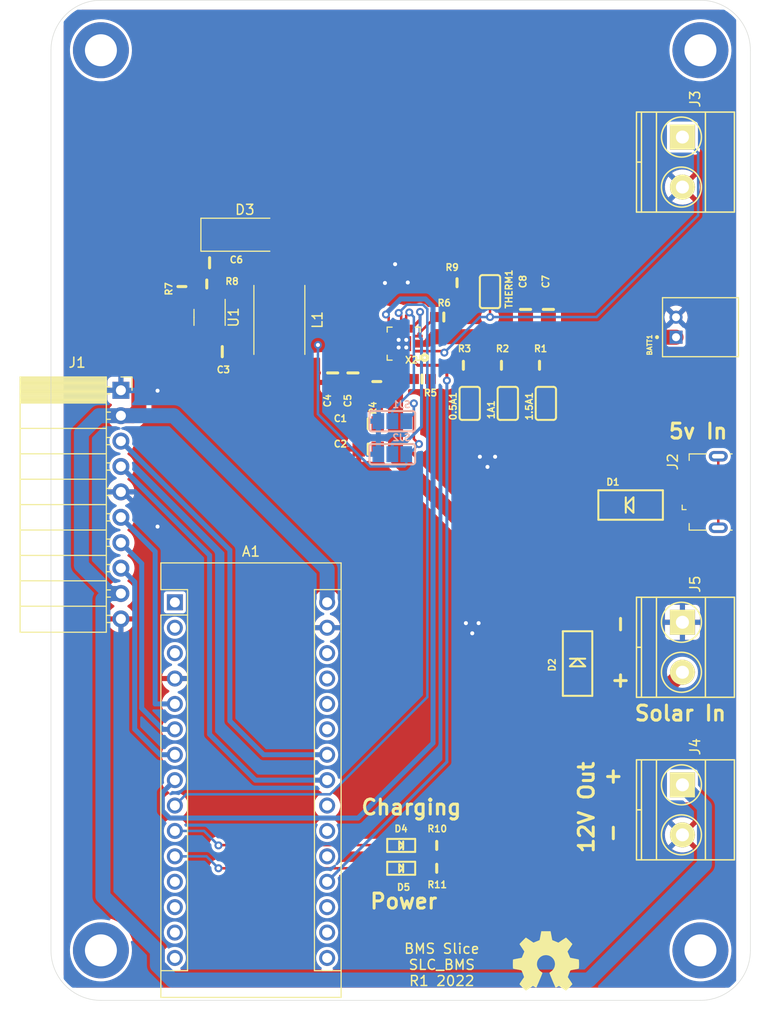
<source format=kicad_pcb>
(kicad_pcb (version 20211014) (generator pcbnew)
  (layers (0 "F.Cu" signal) (31 "B.Cu" signal) (34 "B.Paste" user) (35 "F.Paste" user) (36 "B.SilkS" user "B.Silkscreen") (37 "F.SilkS" user "F.Silkscreen") (38 "B.Mask" user) (39 "F.Mask" user) (44 "Edge.Cuts" user))
  (net 0 "")
  (net 1 "Net-(0.5A1-Pad2)")
  (net 2 "Net-(1.5A1-Pad2)")
  (net 3 "Net-(1A1-Pad2)")
  (net 4 "GND")
  (net 8 "+5V")
  (net 9 "/CHGI")
  (net 12 "/I2C_CLK")
  (net 13 "/I2C_DAT")
  (net 15 "/SYNC")
  (net 17 "/E_STOP")
  (net 21 "/PGOODI")
  (net 25 "/INT")
  (net 26 "Net-(D3-Pad2)")
  (net 27 "Net-(D5-PadC)")
  (net 28 "Net-(R6-Pad1)")
  (net 29 "/PWR")
  (net 33 "VLIPO")
  (net 34 "VBUS")
  (net 35 "/OUT")
  (net 36 "Net-(D1-PadA)")
  (net 37 "Net-(D2-PadA)")
  (net 38 "Net-(D4-PadC)")
  (net 42 "unconnected-(J2-Pad6)")
  (net 43 "/~{CHG}")
  (net 44 "/~{PGOOD}")
  (net 45 "Net-(R7-Pad2)")
  (net 46 "/ISET")
  (net 47 "/THERM")
  (net 48 "/ILIM")
  (net 49 "/ITERM")
  (net 50 "Net-(R9-Pad1)")
  (net 51 "/EN1")
  (net 52 "/EN2")
  (footprint "MountingHole:MountingHole_3.2mm_M3_DIN965_Pad" (layer "F.Cu") (at 127.6 44.8)
    (fp_text reference "H1" hide)
    (fp_text value "MountingHole")
    (pad "1" thru_hole circle locked (at 0 0) (size 5.6 5.6) (drill 3.2) (layers *.Cu *.Mask))
  )
  (footprint "MountingHole:MountingHole_3.2mm_M3_DIN965_Pad" (layer "F.Cu") (at 187.6 44.8)
    (fp_text reference "H2" hide)
    (fp_text value "MountingHole")
    (pad "1" thru_hole circle locked (at 0 0) (size 5.6 5.6) (drill 3.2) (layers *.Cu *.Mask))
  )
  (footprint "MountingHole:MountingHole_3.2mm_M3_DIN965_Pad" (layer "F.Cu") (at 127.6 134.8)
    (fp_text reference "H3" hide)
    (fp_text value "MountingHole")
    (pad "1" thru_hole circle locked (at 0 0) (size 5.6 5.6) (drill 3.2) (layers *.Cu *.Mask))
  )
  (footprint "MountingHole:MountingHole_3.2mm_M3_DIN965_Pad" (layer "F.Cu") (at 187.6 134.8)
    (fp_text reference "H4" hide)
    (fp_text value "MountingHole")
    (pad "1" thru_hole circle locked (at 0 0) (size 5.6 5.6) (drill 3.2) (layers *.Cu *.Mask))
  )
  (footprint "Module:Arduino_Nano" (layer "F.Cu") (at 135 100)
    (fp_text reference "A1" (at 7.62 -5.08) (layer "F.SilkS"))
    (fp_text value "Arduino_Nano_v3.x")
    (pad "1" thru_hole rect locked (at 0 0) (size 1.6 1.6) (drill 1) (layers *.Cu *.Mask))
    (pad "2" thru_hole oval locked (at 0 2.54) (size 1.6 1.6) (drill 1) (layers *.Cu *.Mask))
    (pad "3" thru_hole oval locked (at 0 5.08) (size 1.6 1.6) (drill 1) (layers *.Cu *.Mask))
    (pad "4" thru_hole oval locked (at 0 7.62) (size 1.6 1.6) (drill 1) (layers *.Cu *.Mask) (net 4 "GND"))
    (pad "5" thru_hole oval locked (at 0 10.16) (size 1.6 1.6) (drill 1) (layers *.Cu *.Mask) (net 17 "/E_STOP"))
    (pad "6" thru_hole oval locked (at 0 12.7) (size 1.6 1.6) (drill 1) (layers *.Cu *.Mask) (net 25 "/INT"))
    (pad "7" thru_hole oval locked (at 0 15.24) (size 1.6 1.6) (drill 1) (layers *.Cu *.Mask) (net 15 "/SYNC"))
    (pad "8" thru_hole oval locked (at 0 17.78) (size 1.6 1.6) (drill 1) (layers *.Cu *.Mask) (net 43 "/~{CHG}"))
    (pad "9" thru_hole oval locked (at 0 20.32) (size 1.6 1.6) (drill 1) (layers *.Cu *.Mask) (net 44 "/~{PGOOD}"))
    (pad "10" thru_hole oval locked (at 0 22.86) (size 1.6 1.6) (drill 1) (layers *.Cu *.Mask) (net 9 "/CHGI"))
    (pad "11" thru_hole oval locked (at 0 25.4) (size 1.6 1.6) (drill 1) (layers *.Cu *.Mask) (net 21 "/PGOODI"))
    (pad "12" thru_hole oval locked (at 0 27.94) (size 1.6 1.6) (drill 1) (layers *.Cu *.Mask))
    (pad "13" thru_hole oval locked (at 0 30.48) (size 1.6 1.6) (drill 1) (layers *.Cu *.Mask))
    (pad "14" thru_hole oval locked (at 0 33.02) (size 1.6 1.6) (drill 1) (layers *.Cu *.Mask))
    (pad "15" thru_hole oval locked (at 0 35.56) (size 1.6 1.6) (drill 1) (layers *.Cu *.Mask))
    (pad "16" thru_hole oval locked (at 15.24 35.56) (size 1.6 1.6) (drill 1) (layers *.Cu *.Mask))
    (pad "17" thru_hole oval locked (at 15.24 33.02) (size 1.6 1.6) (drill 1) (layers *.Cu *.Mask))
    (pad "18" thru_hole oval locked (at 15.24 30.48) (size 1.6 1.6) (drill 1) (layers *.Cu *.Mask))
    (pad "19" thru_hole oval locked (at 15.24 27.94) (size 1.6 1.6) (drill 1) (layers *.Cu *.Mask) (net 46 "/ISET"))
    (pad "20" thru_hole oval locked (at 15.24 25.4) (size 1.6 1.6) (drill 1) (layers *.Cu *.Mask))
    (pad "21" thru_hole oval locked (at 15.24 22.86) (size 1.6 1.6) (drill 1) (layers *.Cu *.Mask))
    (pad "22" thru_hole oval locked (at 15.24 20.32) (size 1.6 1.6) (drill 1) (layers *.Cu *.Mask))
    (pad "23" thru_hole oval locked (at 15.24 17.78) (size 1.6 1.6) (drill 1) (layers *.Cu *.Mask) (net 13 "/I2C_DAT"))
    (pad "24" thru_hole oval locked (at 15.24 15.24) (size 1.6 1.6) (drill 1) (layers *.Cu *.Mask) (net 12 "/I2C_CLK"))
    (pad "25" thru_hole oval locked (at 15.24 12.7) (size 1.6 1.6) (drill 1) (layers *.Cu *.Mask))
    (pad "26" thru_hole oval locked (at 15.24 10.16) (size 1.6 1.6) (drill 1) (layers *.Cu *.Mask))
    (pad "27" thru_hole oval locked (at 15.24 7.62) (size 1.6 1.6) (drill 1) (layers *.Cu *.Mask) (net 8 "+5V"))
    (pad "28" thru_hole oval locked (at 15.24 5.08) (size 1.6 1.6) (drill 1) (layers *.Cu *.Mask))
    (pad "29" thru_hole oval locked (at 15.24 2.54) (size 1.6 1.6) (drill 1) (layers *.Cu *.Mask) (net 4 "GND"))
    (pad "30" thru_hole oval locked (at 15.24 0) (size 1.6 1.6) (drill 1) (layers *.Cu *.Mask) (net 29 "/PWR"))
  )
  (footprint "Adafruit_BQ24074:0805-NO" (layer "F.Cu") (at 154.35 84.682 180)
    (fp_text reference "C2" (at 2.032 0.127) (layer "F.SilkS") (effects (font (size 0.666496 0.666496) (thickness 0.146304)) (justify right bottom)))
    (fp_text value "10uF")
    (pad "1" smd rect (at -0.95 0 180) (size 1.24 1.5) (layers "F.Cu" "F.Paste" "F.Mask") (net 34 "VBUS"))
    (pad "2" smd rect (at 0.95 0 180) (size 1.24 1.5) (layers "F.Cu" "F.Paste" "F.Mask") (net 4 "GND"))
  )
  (footprint "Connector_PinSocket_2.54mm:PinSocket_1x10_P2.54mm_Horizontal" (layer "F.Cu") (at 129.6 78.8)
    (fp_text reference "J1" (at -4.38 -2.77) (layer "F.SilkS"))
    (fp_text value "Conn_01x10_Female")
    (pad "1" thru_hole rect locked (at 0 0) (size 1.7 1.7) (drill 1) (layers *.Cu *.Mask) (net 4 "GND"))
    (pad "2" thru_hole oval locked (at 0 2.54) (size 1.7 1.7) (drill 1) (layers *.Cu *.Mask) (net 29 "/PWR"))
    (pad "3" thru_hole oval locked (at 0 5.08) (size 1.7 1.7) (drill 1) (layers *.Cu *.Mask) (net 12 "/I2C_CLK"))
    (pad "4" thru_hole oval locked (at 0 7.62) (size 1.7 1.7) (drill 1) (layers *.Cu *.Mask) (net 13 "/I2C_DAT"))
    (pad "5" thru_hole oval locked (at 0 10.16) (size 1.7 1.7) (drill 1) (layers *.Cu *.Mask) (net 4 "GND"))
    (pad "6" thru_hole oval locked (at 0 12.7) (size 1.7 1.7) (drill 1) (layers *.Cu *.Mask) (net 17 "/E_STOP"))
    (pad "7" thru_hole oval locked (at 0 15.24) (size 1.7 1.7) (drill 1) (layers *.Cu *.Mask) (net 25 "/INT"))
    (pad "8" thru_hole oval locked (at 0 17.78) (size 1.7 1.7) (drill 1) (layers *.Cu *.Mask) (net 15 "/SYNC"))
    (pad "9" thru_hole oval locked (at 0 20.32) (size 1.7 1.7) (drill 1) (layers *.Cu *.Mask) (net 29 "/PWR"))
    (pad "10" thru_hole oval locked (at 0 22.86) (size 1.7 1.7) (drill 1) (layers *.Cu *.Mask) (net 4 "GND"))
  )
  (footprint "Adafruit_BQ24074:0805-NO" (layer "F.Cu") (at 154.35 82.142 180)
    (fp_text reference "C1" (at 2.032 0.127) (layer "F.SilkS") (effects (font (size 0.666496 0.666496) (thickness 0.146304)) (justify right bottom)))
    (fp_text value "10uF")
    (pad "1" smd rect (at -0.95 0 180) (size 1.24 1.5) (layers "F.Cu" "F.Paste" "F.Mask") (net 34 "VBUS"))
    (pad "2" smd rect (at 0.95 0 180) (size 1.24 1.5) (layers "F.Cu" "F.Paste" "F.Mask") (net 4 "GND"))
  )
  (footprint "Symbol:OSHW-Symbol_6.7x6mm_SilkScreen" (layer "F.Cu") (at 172.13 135.863)
    (fp_text reference "Logo1" hide)
    (fp_text value "Logo_Open_Hardware_Small" hide)
  )
  (footprint "Adafruit_BQ24074:0805-NO" (layer "F.Cu") (at 139.745 74.937536)
    (fp_text reference "C3" (at -0.635 2.195) (layer "F.SilkS") (effects (font (size 0.666496 0.666496) (thickness 0.146304)) (justify left bottom)))
    (fp_text value "22uF")
    (pad "1" smd rect (at -0.95 0) (size 1.24 1.5) (layers "F.Cu" "F.Paste" "F.Mask") (net 35 "/OUT"))
    (pad "2" smd rect (at 0.95 0) (size 1.24 1.5) (layers "F.Cu" "F.Paste" "F.Mask") (net 4 "GND"))
  )
  (footprint "Adafruit_BQ24074:0805-NO" (layer "F.Cu") (at 150.794 77.062 -90)
    (fp_text reference "C4" (at 2.032 0.127 90) (layer "F.SilkS") (effects (font (size 0.666496 0.666496) (thickness 0.146304)) (justify right bottom)))
    (fp_text value "C")
    (pad "1" smd rect (at -0.95 0 270) (size 1.24 1.5) (layers "F.Cu" "F.Paste" "F.Mask") (net 35 "/OUT"))
    (pad "2" smd rect (at 0.95 0 270) (size 1.24 1.5) (layers "F.Cu" "F.Paste" "F.Mask") (net 4 "GND"))
  )
  (footprint "Adafruit_BQ24074:0805-NO" (layer "F.Cu") (at 152.826 77.062 -90)
    (fp_text reference "C5" (at 2.032 0.127 90) (layer "F.SilkS") (effects (font (size 0.666496 0.666496) (thickness 0.146304)) (justify right bottom)))
    (fp_text value "C")
    (pad "1" smd rect (at -0.95 0 270) (size 1.24 1.5) (layers "F.Cu" "F.Paste" "F.Mask") (net 35 "/OUT"))
    (pad "2" smd rect (at 0.95 0 270) (size 1.24 1.5) (layers "F.Cu" "F.Paste" "F.Mask") (net 4 "GND"))
  )
  (footprint "Adafruit_BQ24074:0805-NO" (layer "F.Cu") (at 138.475 66.047536)
    (fp_text reference "C6" (at 3.429 0.092464) (layer "F.SilkS") (effects (font (size 0.666496 0.666496) (thickness 0.146304)) (justify right bottom)))
    (fp_text value "22uF")
    (pad "1" smd rect (at -0.95 0) (size 1.24 1.5) (layers "F.Cu" "F.Paste" "F.Mask") (net 29 "/PWR"))
    (pad "2" smd rect (at 0.95 0) (size 1.24 1.5) (layers "F.Cu" "F.Paste" "F.Mask") (net 4 "GND"))
  )
  (footprint "Adafruit_BQ24074:SMADIODE" (layer "F.Cu") (at 180.639 90.27)
    (fp_text reference "D1" (at -2.54 -1.905) (layer "F.SilkS") (effects (font (size 0.666496 0.666496) (thickness 0.146304)) (justify left bottom)))
    (fp_text value "SK34A")
    (pad "A" smd rect (at 2.0193 0 180) (size 1.778 2.159) (layers "F.Cu" "F.Paste" "F.Mask") (net 36 "Net-(D1-PadA)"))
    (pad "C" smd rect (at -2.0447 0) (size 1.778 2.159) (layers "F.Cu" "F.Paste" "F.Mask") (net 34 "VBUS"))
  )
  (footprint "Adafruit_BQ24074:SMADIODE" (layer "F.Cu") (at 175.305 106.145 -90)
    (fp_text reference "D2" (at -0.635 2.159 90) (layer "F.SilkS") (effects (font (size 0.666496 0.666496) (thickness 0.146304)) (justify right bottom)))
    (fp_text value "SK34A")
    (pad "A" smd rect (at 2.0193 0 90) (size 1.778 2.159) (layers "F.Cu" "F.Paste" "F.Mask") (net 37 "Net-(D2-PadA)"))
    (pad "C" smd rect (at -2.0447 0 270) (size 1.778 2.159) (layers "F.Cu" "F.Paste" "F.Mask") (net 34 "VBUS"))
  )
  (footprint "Diode_SMD:D_SMA_Handsoldering" (layer "F.Cu") (at 142.0056 63.2444)
    (fp_text reference "D3" (at 0 -2.5) (layer "F.SilkS"))
    (fp_text value "D_Schottky")
    (pad "1" smd rect (at -2.5 0) (size 3.5 1.8) (layers "F.Cu" "F.Paste" "F.Mask") (net 29 "/PWR"))
    (pad "2" smd rect (at 2.5 0) (size 3.5 1.8) (layers "F.Cu" "F.Paste" "F.Mask") (net 26 "Net-(D3-Pad2)"))
  )
  (footprint "Adafruit_BQ24074:CHIPLED_0603" (layer "F.Cu") (at 157.652 124.306 -90)
    (fp_text reference "D4" (at -1.27 0.762) (layer "F.SilkS") (effects (font (size 0.666496 0.666496) (thickness 0.146304)) (justify left bottom)))
    (fp_text value "RED")
    (pad "A" smd rect (at 0 0.75 270) (size 0.8 0.8) (layers "F.Cu" "F.Paste" "F.Mask") (net 9 "/CHGI"))
    (pad "C" smd rect (at 0 -0.75 270) (size 0.8 0.8) (layers "F.Cu" "F.Paste" "F.Mask") (net 38 "Net-(D4-PadC)"))
  )
  (footprint "Connector_USB:USB_Micro-B_GCT_USB3076-30-A" (layer "F.Cu") (at 188.185 88.97 90)
    (fp_text reference "J2" (at 3.018 -3.355 90) (layer "F.SilkS"))
    (fp_text value "USB_B_Micro")
    (pad "1" smd rect (at -1.3 -1.45 90) (size 0.4 1.4) (layers "F.Cu" "F.Paste" "F.Mask") (net 36 "Net-(D1-PadA)"))
    (pad "2" smd rect (at -0.65 -1.45 90) (size 0.4 1.4) (layers "F.Cu" "F.Paste" "F.Mask"))
    (pad "3" smd rect (at 0 -1.45 90) (size 0.4 1.4) (layers "F.Cu" "F.Paste" "F.Mask"))
    (pad "4" smd rect (at 0.65 -1.45 90) (size 0.4 1.4) (layers "F.Cu" "F.Paste" "F.Mask"))
    (pad "5" smd rect (at 1.3 -1.45 90) (size 0.4 1.4) (layers "F.Cu" "F.Paste" "F.Mask") (net 4 "GND"))
    (pad "6" smd rect (at 1.125 1.2 90) (size 1.75 1.9) (layers "F.Cu" "F.Paste" "F.Mask") (net 42 "unconnected-(J2-Pad6)"))
    (pad "6" smd rect (at 2.32 -1.03 90) (size 1.15 1.45) (layers "F.Cu" "F.Paste" "F.Mask") (net 42 "unconnected-(J2-Pad6)"))
    (pad "6" thru_hole oval (at -3.575 1.2 270) (size 1.05 1.9) (drill oval 0.45 1.25) (layers *.Cu *.Mask) (net 42 "unconnected-(J2-Pad6)"))
    (pad "6" smd rect (at -2.32 -1.03 90) (size 1.15 1.45) (layers "F.Cu" "F.Paste" "F.Mask") (net 42 "unconnected-(J2-Pad6)"))
    (pad "6" smd rect (at -1.125 1.2 90) (size 1.75 1.9) (layers "F.Cu" "F.Paste" "F.Mask") (net 42 "unconnected-(J2-Pad6)"))
    (pad "6" thru_hole oval (at 3.575 1.2 90) (size 1.05 1.9) (drill oval 0.45 1.25) (layers *.Cu *.Mask) (net 42 "unconnected-(J2-Pad6)"))
  )
  (footprint "Inductor_SMD:L_Taiyo-Yuden_NR-50xx_HandSoldering" (layer "F.Cu") (at 145.46 71.762536 90)
    (fp_text reference "L1" (at 0 3.81 90) (layer "F.SilkS"))
    (fp_text value "22uH")
    (pad "1" smd rect (at -2.25 0 90) (size 2.4 4.2) (layers "F.Cu" "F.Paste" "F.Mask") (net 35 "/OUT"))
    (pad "2" smd rect (at 2.25 0 90) (size 2.4 4.2) (layers "F.Cu" "F.Paste" "F.Mask") (net 26 "Net-(D3-Pad2)"))
  )
  (footprint "Adafruit_BQ24074:0603-NO" (layer "F.Cu") (at 171.495 76.3)
    (fp_text reference "R1" (at -0.635 -1.27) (layer "F.SilkS") (effects (font (size 0.666496 0.666496) (thickness 0.146304)) (justify left bottom)))
    (fp_text value "590" hide)
    (pad "1" smd rect (at -0.85 0) (size 1.075 1) (layers "F.Cu" "F.Paste" "F.Mask") (net 46 "/ISET"))
    (pad "2" smd rect (at 0.85 0) (size 1.075 1) (layers "F.Cu" "F.Paste" "F.Mask") (net 2 "Net-(1.5A1-Pad2)"))
  )
  (footprint "Adafruit_BQ24074:0603-NO" (layer "F.Cu") (at 167.685 76.3)
    (fp_text reference "R2" (at -0.635 -1.27) (layer "F.SilkS") (effects (font (size 0.666496 0.666496) (thickness 0.146304)) (justify left bottom)))
    (fp_text value "1K" hide)
    (pad "1" smd rect (at -0.85 0) (size 1.075 1) (layers "F.Cu" "F.Paste" "F.Mask") (net 46 "/ISET"))
    (pad "2" smd rect (at 0.85 0) (size 1.075 1) (layers "F.Cu" "F.Paste" "F.Mask") (net 3 "Net-(1A1-Pad2)"))
  )
  (footprint "Adafruit_BQ24074:0603-NO" (layer "F.Cu") (at 163.875 76.3)
    (fp_text reference "R3" (at -0.635 -1.27) (layer "F.SilkS") (effects (font (size 0.666496 0.666496) (thickness 0.146304)) (justify left bottom)))
    (fp_text value "2K")
    (pad "1" smd rect (at -0.85 0) (size 1.075 1) (layers "F.Cu" "F.Paste" "F.Mask") (net 46 "/ISET"))
    (pad "2" smd rect (at 0.85 0) (size 1.075 1) (layers "F.Cu" "F.Paste" "F.Mask") (net 1 "Net-(0.5A1-Pad2)"))
  )
  (footprint "Adafruit_BQ24074:0603-NO" (layer "F.Cu") (at 155.2136 77.9256 -90)
    (fp_text reference "R4" (at 1.905 0 90) (layer "F.SilkS") (effects (font (size 0.666496 0.666496) (thickness 0.146304)) (justify right bottom)))
    (fp_text value "1K")
    (pad "1" smd rect (at -0.85 0 270) (size 1.075 1) (layers "F.Cu" "F.Paste" "F.Mask") (net 48 "/ILIM"))
    (pad "2" smd rect (at 0.85 0 270) (size 1.075 1) (layers "F.Cu" "F.Paste" "F.Mask") (net 4 "GND"))
  )
  (footprint "Adafruit_BQ24074:0603-NO" (layer "F.Cu") (at 159.7348 77.6716)
    (fp_text reference "R5" (at 0.1016 1.778) (layer "F.SilkS") (effects (font (size 0.666496 0.666496) (thickness 0.146304)) (justify left bottom)))
    (fp_text value "10K")
    (pad "1" smd rect (at -0.85 0) (size 1.075 1) (layers "F.Cu" "F.Paste" "F.Mask") (net 49 "/ITERM"))
    (pad "2" smd rect (at 0.85 0) (size 1.075 1) (layers "F.Cu" "F.Paste" "F.Mask") (net 4 "GND"))
  )
  (footprint "Adafruit_BQ24074:0603-NO" (layer "F.Cu") (at 161.9192 71.474)
    (fp_text reference "R6" (at -0.7112 -1.016) (layer "F.SilkS") (effects (font (size 0.666496 0.666496) (thickness 0.146304)) (justify left bottom)))
    (fp_text value "10K")
    (pad "1" smd rect (at -0.85 0) (size 1.075 1) (layers "F.Cu" "F.Paste" "F.Mask") (net 28 "Net-(R6-Pad1)"))
    (pad "2" smd rect (at 0.85 0) (size 1.075 1) (layers "F.Cu" "F.Paste" "F.Mask") (net 4 "GND"))
  )
  (footprint "Adafruit_BQ24074:0603-NO" (layer "F.Cu") (at 135.7064 68.426 -90)
    (fp_text reference "R7" (at -0.508 0.9144 90) (layer "F.SilkS") (effects (font (size 0.666496 0.666496) (thickness 0.146304)) (justify right bottom)))
    (fp_text value "39k")
    (pad "1" smd rect (at -0.85 0 270) (size 1.075 1) (layers "F.Cu" "F.Paste" "F.Mask") (net 29 "/PWR"))
    (pad "2" smd rect (at 0.85 0 270) (size 1.075 1) (layers "F.Cu" "F.Paste" "F.Mask") (net 45 "Net-(R7-Pad2)"))
  )
  (footprint "Adafruit_BQ24074:0603-NO" (layer "F.Cu") (at 138.1956 68.172)
    (fp_text reference "R8" (at 1.778 0.127) (layer "F.SilkS") (effects (font (size 0.666496 0.666496) (thickness 0.146304)) (justify left bottom)))
    (fp_text value "2.2k")
    (pad "1" smd rect (at -0.85 0) (size 1.075 1) (layers "F.Cu" "F.Paste" "F.Mask") (net 45 "Net-(R7-Pad2)"))
    (pad "2" smd rect (at 0.85 0) (size 1.075 1) (layers "F.Cu" "F.Paste" "F.Mask") (net 4 "GND"))
  )
  (footprint "Adafruit_BQ24074:0603-NO" (layer "F.Cu") (at 163.24 68.045 180)
    (fp_text reference "R9" (at -0.254 1.143 180) (layer "F.SilkS") (effects (font (size 0.666496 0.666496) (thickness 0.146304)) (justify right bottom)))
    (fp_text value "10K")
    (pad "1" smd rect (at -0.85 0 180) (size 1.075 1) (layers "F.Cu" "F.Paste" "F.Mask") (net 50 "Net-(R9-Pad1)"))
    (pad "2" smd rect (at 0.85 0 180) (size 1.075 1) (layers "F.Cu" "F.Paste" "F.Mask") (net 4 "GND"))
  )
  (footprint "Package_TO_SOT_SMD:SOT-23-6" (layer "F.Cu") (at 138.475 71.508536 -90)
    (fp_text reference "U1" (at 0 -2.4 90) (layer "F.SilkS"))
    (fp_text value "MT3608")
    (pad "1" smd roundrect (at -1.1375 -0.95 270) (size 1.325 0.6) (layers "F.Cu" "F.Paste" "F.Mask") (net 26 "Net-(D3-Pad2)"))
    (pad "2" smd roundrect (at -1.1375 0 270) (size 1.325 0.6) (layers "F.Cu" "F.Paste" "F.Mask") (net 4 "GND"))
    (pad "3" smd roundrect (at -1.1375 0.95 270) (size 1.325 0.6) (layers "F.Cu" "F.Paste" "F.Mask") (net 45 "Net-(R7-Pad2)"))
    (pad "4" smd roundrect (at 1.1375 0.95 270) (size 1.325 0.6) (layers "F.Cu" "F.Paste" "F.Mask") (net 35 "/OUT"))
    (pad "5" smd roundrect (at 1.1375 0 270) (size 1.325 0.6) (layers "F.Cu" "F.Paste" "F.Mask") (net 35 "/OUT"))
    (pad "6" smd roundrect (at 1.1375 -0.95 270) (size 1.325 0.6) (layers "F.Cu" "F.Paste" "F.Mask"))
  )
  (footprint "BREAD_Slice:TerminalBlock_Pheonix_MKDS1.5-2pol" (layer "F.Cu") (at 185.8 118.25 -90)
    (fp_text reference "J4" (at -3.81 -1.27 90) (layer "F.SilkS"))
    (fp_text value "Screw_Terminal_01x02")
    (pad "1" thru_hole rect (at 0 0 270) (size 2.5 2.5) (drill 1.3) (layers *.Cu *.Mask "F.SilkS") (net 29 "/PWR"))
    (pad "2" thru_hole circle (at 5 0 270) (size 2.5 2.5) (drill 1.3) (layers *.Cu *.Mask "F.SilkS") (net 4 "GND"))
  )
  (footprint "BREAD_Slice:TerminalBlock_Pheonix_MKDS1.5-2pol" (layer "F.Cu") (at 185.8 101.994 -90)
    (fp_text reference "J5" (at -3.81 -1.27 90) (layer "F.SilkS"))
    (fp_text value "Screw_Terminal_01x02")
    (pad "1" thru_hole rect (at 0 0 270) (size 2.5 2.5) (drill 1.3) (layers *.Cu *.Mask "F.SilkS") (net 4 "GND"))
    (pad "2" thru_hole circle (at 5 0 270) (size 2.5 2.5) (drill 1.3) (layers *.Cu *.Mask "F.SilkS") (net 37 "Net-(D2-PadA)"))
  )
  (footprint "Adafruit_BQ24074:0603-NO" (layer "F.Cu") (at 161.208 126.592)
    (fp_text reference "R11" (at -1.016 2.032) (layer "F.SilkS") (effects (font (size 0.666496 0.666496) (thickness 0.146304)) (justify left bottom)))
    (fp_text value "10K")
    (pad "1" smd rect (at -0.85 0) (size 1.075 1) (layers "F.Cu" "F.Paste" "F.Mask") (net 27 "Net-(D5-PadC)"))
    (pad "2" smd rect (at 0.85 0) (size 1.075 1) (layers "F.Cu" "F.Paste" "F.Mask") (net 4 "GND"))
  )
  (footprint "Adafruit_BQ24074:SOLDERJUMPER_CLOSEDWIRE" (layer "F.Cu") (at 168.32 80.11 90)
    (fp_text reference "1A1" (at -1.651 -1.27 90) (layer "F.SilkS") (effects (font (size 0.666496 0.666496) (thickness 0.146304)) (justify left bottom)))
    (fp_text value "SOLDERJUMPERCLOSED" hide)
    (pad "1" smd rect (at -0.762 0 90) (size 1.1684 1.6002) (layers "F.Cu") (net 4 "GND"))
    (pad "2" smd rect (at 0.762 0 90) (size 1.1684 1.6002) (layers "F.Cu") (net 3 "Net-(1A1-Pad2)"))
    (pad "WIRE" smd rect (at 0 0 270) (size 0.635 0.2032) (layers "F.Cu"))
  )
  (footprint "Adafruit_BQ24074:SOLDERJUMPER_ARROW_NOPASTE" (layer "F.Cu") (at 164.51 80.11 90)
    (fp_text reference "0.5A1" (at -1.778 -1.27 90) (layer "F.SilkS") (effects (font (size 0.666496 0.666496) (thickness 0.146304)) (justify left bottom)))
    (fp_text value "SOLDERJUMPER" hide)
    (fp_poly (pts (xy 1.3946 0.7882) (xy -0.315893 0.7882) (xy 0.443148 0) (xy -0.315893 -0.7882) (xy 1.3946 -0.7882)) (layer "F.Cu") (width 0) (fill solid))
    (fp_poly (pts (xy 0.106121 0.002663) (xy -0.679416 0.7882) (xy -1.3946 0.7882) (xy -1.3946 -0.7882) (xy -0.62715 -0.7882)) (layer "F.Cu") (width 0) (fill solid))
    (pad "1" smd roundrect (at -1.016 0 90) (size 0.762 1.524) (layers "F.Cu") (net 4 "GND"))
    (pad "2" smd roundrect (at 1.016 0 90) (size 0.762 1.524) (layers "F.Cu") (net 1 "Net-(0.5A1-Pad2)"))
  )
  (footprint "Adafruit_BQ24074:QFN16_3MM" (layer "F.Cu") (at 157.9 74.135 180)
    (fp_text reference "X2" (at -1.524 -2.032) (layer "F.SilkS") (effects (font (size 0.666496 0.666496) (thickness 0.146304)) (justify right bottom)))
    (fp_text value "BQ24074")
    (pad "1" smd rect (at -1.5 -0.75 180) (size 0.8 0.28) (layers "F.Cu" "F.Paste") (net 47 "/THERM"))
    (pad "2" smd rect (at -1.5 -0.25 180) (size 0.8 0.28) (layers "F.Cu" "F.Paste") (net 33 "VLIPO"))
    (pad "3" smd rect (at -1.5 0.25 180) (size 0.8 0.28) (layers "F.Cu" "F.Paste") (net 33 "VLIPO"))
    (pad "4" smd rect (at -1.5 0.75 180) (size 0.8 0.28) (layers "F.Cu" "F.Paste") (net 28 "Net-(R6-Pad1)"))
    (pad "5" smd rect (at -0.75 1.5 270) (size 0.8 0.28) (layers "F.Cu" "F.Paste") (net 52 "/EN2"))
    (pad "6" smd rect (at -0.25 1.5 270) (size 0.8 0.28) (layers "F.Cu" "F.Paste") (net 51 "/EN1"))
    (pad "7" smd rect (at 0.25 1.5 270) (size 0.8 0.28) (layers "F.Cu" "F.Paste") (net 44 "/~{PGOOD}"))
    (pad "8" smd rect (at 0.75 1.5 270) (size 0.8 0.28) (layers "F.Cu" "F.Paste") (net 4 "GND"))
    (pad "9" smd rect (at 1.5 0.75) (size 0.8 0.28) (layers "F.Cu" "F.Paste") (net 43 "/~{CHG}"))
    (pad "10" smd rect (at 1.5 0.25) (size 0.8 0.28) (layers "F.Cu" "F.Paste") (net 35 "/OUT"))
    (pad "11" smd rect (at 1.5 -0.25) (size 0.8 0.28) (layers "F.Cu" "F.Paste") (net 35 "/OUT"))
    (pad "12" smd rect (at 1.5 -0.75) (size 0.8 0.28) (layers "F.Cu" "F.Paste") (net 48 "/ILIM"))
    (pad "13" smd rect (at 0.75 -1.5 90) (size 0.8 0.28) (layers "F.Cu" "F.Paste") (net 34 "VBUS"))
    (pad "14" smd rect (at 0.25 -1.5 90) (size 0.8 0.28) (layers "F.Cu" "F.Paste") (net 4 "GND"))
    (pad "15" smd rect (at -0.25 -1.5 90) (size 0.8 0.28) (layers "F.Cu" "F.Paste") (net 49 "/ITERM"))
    (pad "16" smd rect (at -0.75 -1.5 90) (size 0.8 0.28) (layers "F.Cu" "F.Paste") (net 46 "/ISET"))
    (pad "THERMAL" smd rect (at 0 0 180) (size 1.5 1.5) (layers "F.Cu" "F.Mask") (net 4 "GND"))
  )
  (footprint "Adafruit_BQ24074:0805-NO" (layer "F.Cu") (at 170.098 70.712 90)
    (fp_text reference "C8" (at 2.032 0.127 90) (layer "F.SilkS") (effects (font (size 0.666496 0.666496) (thickness 0.146304)) (justify left bottom)))
    (fp_text value "10uF")
    (pad "1" smd rect (at -0.95 0 90) (size 1.24 1.5) (layers "F.Cu" "F.Paste" "F.Mask") (net 33 "VLIPO"))
    (pad "2" smd rect (at 0.95 0 90) (size 1.24 1.5) (layers "F.Cu" "F.Paste" "F.Mask") (net 4 "GND"))
  )
  (footprint "BREAD_Slice:TerminalBlock_Pheonix_MKDS1.5-2pol" (layer "F.Cu") (at 185.8 53.48 -90)
    (fp_text reference "J3" (at -3.81 -1.27 90) (layer "F.SilkS"))
    (fp_text value "Screw_Terminal_01x02")
    (pad "1" thru_hole rect (at 0 0 270) (size 2.5 2.5) (drill 1.3) (layers *.Cu *.Mask "F.SilkS") (net 47 "/THERM"))
    (pad "2" thru_hole circle (at 5 0 270) (size 2.5 2.5) (drill 1.3) (layers *.Cu *.Mask "F.SilkS") (net 4 "GND"))
  )
  (footprint "Adafruit_BQ24074:SOLDERJUMPER_CLOSEDWIRE" (layer "F.Cu") (at 166.542 68.934 -90)
    (fp_text reference "THERM1" (at -2.286 -2.286 90) (layer "F.SilkS") (effects (font (size 0.666496 0.666496) (thickness 0.146304)) (justify right bottom)))
    (fp_text value "SOLDERJUMPERCLOSED")
    (pad "1" smd rect (at -0.762 0 270) (size 1.1684 1.6002) (layers "F.Cu") (net 50 "Net-(R9-Pad1)"))
    (pad "2" smd rect (at 0.762 0 270) (size 1.1684 1.6002) (layers "F.Cu") (net 47 "/THERM"))
    (pad "WIRE" smd rect (at 0 0 90) (size 0.635 0.2032) (layers "F.Cu"))
  )
  (footprint "Adafruit_BQ24074:SOLDERJUMPER_ARROW_NOPASTE" (layer "F.Cu") (at 172.13 80.11 90)
    (fp_text reference "1.5A1" (at -1.778 -1.27 90) (layer "F.SilkS") (effects (font (size 0.666496 0.666496) (thickness 0.146304)) (justify left bottom)))
    (fp_text value "SOLDERJUMPER" hide)
    (fp_poly (pts (xy 1.3946 0.7882) (xy -0.315893 0.7882) (xy 0.443148 0) (xy -0.315893 -0.7882) (xy 1.3946 -0.7882)) (layer "F.Cu") (width 0) (fill solid))
    (fp_poly (pts (xy 0.106121 0.002663) (xy -0.679416 0.7882) (xy -1.3946 0.7882) (xy -1.3946 -0.7882) (xy -0.62715 -0.7882)) (layer "F.Cu") (width 0) (fill solid))
    (pad "1" smd roundrect (at -1.016 0 90) (size 0.762 1.524) (layers "F.Cu") (net 4 "GND"))
    (pad "2" smd roundrect (at 1.016 0 90) (size 0.762 1.524) (layers "F.Cu") (net 2 "Net-(1.5A1-Pad2)"))
  )
  (footprint "Adafruit_BQ24074:0805-NO" (layer "F.Cu") (at 172.384 70.712 90)
    (fp_text reference "C7" (at 2.032 0.127 90) (layer "F.SilkS") (effects (font (size 0.666496 0.666496) (thickness 0.146304)) (justify left bottom)))
    (fp_text value "10uF")
    (pad "1" smd rect (at -0.95 0 90) (size 1.24 1.5) (layers "F.Cu" "F.Paste" "F.Mask") (net 33 "VLIPO"))
    (pad "2" smd rect (at 0.95 0 90) (size 1.24 1.5) (layers "F.Cu" "F.Paste" "F.Mask") (net 4 "GND"))
  )
  (footprint "Adafruit_BQ24074:CHIPLED_0603" (layer "F.Cu") (at 157.652 126.592 -90)
    (fp_text reference "D5" (at 2.286 0.508) (layer "F.SilkS") (effects (font (size 0.666496 0.666496) (thickness 0.146304)) (justify left bottom)))
    (fp_text value "GREEN")
    (pad "A" smd rect (at 0 0.75 270) (size 0.8 0.8) (layers "F.Cu" "F.Paste" "F.Mask") (net 21 "/PGOODI"))
    (pad "C" smd rect (at 0 -0.75 270) (size 0.8 0.8) (layers "F.Cu" "F.Paste" "F.Mask") (net 27 "Net-(D5-PadC)"))
  )
  (footprint "Adafruit_BQ24074:0603-NO" (layer "F.Cu") (at 161.208 124.306)
    (fp_text reference "R10" (at -1.016 -1.27) (layer "F.SilkS") (effects (font (size 0.666496 0.666496) (thickness 0.146304)) (justify left bottom)))
    (fp_text value "10K")
    (pad "1" smd rect (at -0.85 0) (size 1.075 1) (layers "F.Cu" "F.Paste" "F.Mask") (net 38 "Net-(D4-PadC)"))
    (pad "2" smd rect (at 0.85 0) (size 1.075 1) (layers "F.Cu" "F.Paste" "F.Mask") (net 4 "GND"))
  )
  (footprint "BREAD_Slice:JST_S2B-PH-K-S(LF)(SN)" (layer "F.Cu") (at 185.1575 72.49 90)
    (fp_text reference "BATT1" (at -1.776 -2.6398 90) (layer "F.SilkS") (effects (font (size 0.48 0.48))))
    (fp_text value "JST 2PH")
    (pad "1" thru_hole rect (at -1 0 90) (size 1.308 1.308) (drill 0.8) (layers *.Cu *.Mask) (net 33 "VLIPO"))
    (pad "2" thru_hole circle (at 1 0 90) (size 1.308 1.308) (drill 0.8) (layers *.Cu *.Mask) (net 4 "GND"))
  )
  (footprint "Adafruit_BQ24074:SOLDERJUMPER_2WAY_OPEN_NOPASTE" (layer "B.Cu") (at 156.763 81.888 180)
    (fp_text reference locked "SJ1" (at -1.905 1.27) (layer "B.SilkS") (effects (font (size 0.666496 0.666496) (thickness 0.146304)) (justify left bottom mirror)))
    (fp_text value "SOLDERJUMPER_2WAY")
    (pad "1" smd rect (at -1.397 0 180) (size 1.1684 1.6002) (layers "B.Cu") (net 35 "/OUT"))
    (pad "2" smd rect (at 0 0 180) (size 1.1684 1.6002) (layers "B.Cu") (net 51 "/EN1"))
    (pad "3" smd rect (at 1.397 0 180) (size 1.1684 1.6002) (layers "B.Cu") (net 4 "GND"))
  )
  (footprint "Adafruit_BQ24074:SOLDERJUMPER_2WAY_OPEN_NOPASTE" (layer "B.Cu") (at 156.763 85.19 180)
    (fp_text reference "SJ2" (at -1.905 1.27) (layer "B.SilkS") (effects (font (size 0.666496 0.666496) (thickness 0.146304)) (justify left bottom mirror)))
    (fp_text value "SOLDERJUMPER_2WAY")
    (pad "1" smd rect (at -1.397 0 180) (size 1.1684 1.6002) (layers "B.Cu") (net 35 "/OUT"))
    (pad "2" smd rect (at 0 0 180) (size 1.1684 1.6002) (layers "B.Cu") (net 52 "/EN2"))
    (pad "3" smd rect (at 1.397 0 180) (size 1.1684 1.6002) (layers "B.Cu") (net 4 "GND"))
  )
  (gr_line (start 192.6 44.8) (end 192.6 134.8) (layer "Edge.Cuts") (width 0.05))
  (gr_line (start 127.6 39.8) (end 187.6 39.8) (layer "Edge.Cuts") (width 0.05))
  (gr_line (start 127.6 139.8) (end 187.6 139.8) (layer "Edge.Cuts") (width 0.05))
  (gr_arc (start 127.6 139.8) (mid 124.064466 138.335534) (end 122.6 134.8) (layer "Edge.Cuts") (width 0.05))
  (gr_arc (start 122.6 44.8) (mid 124.064466 41.264466) (end 127.6 39.8) (layer "Edge.Cuts") (width 0.05))
  (gr_line (start 122.6 134.8) (end 122.6 44.8) (layer "Edge.Cuts") (width 0.05))
  (gr_arc (start 187.6 39.8) (mid 191.135534 41.264466) (end 192.6 44.8) (layer "Edge.Cuts") (width 0.05))
  (gr_arc (start 192.6 134.8) (mid 191.135534 138.335534) (end 187.6 139.8) (layer "Edge.Cuts") (width 0.05))
  (gr_text "+	-" (at 178.988 120.242 270) (layer "F.SilkS") (effects (font (size 1.5 1.5) (thickness 0.3))))
  (gr_text "Charging" (at 158.668 120.496) (layer "F.SilkS") (effects (font (size 1.5 1.5) (thickness 0.3))))
  (gr_text "12V Out" (at 176.194 120.496 90) (layer "F.SilkS") (effects (font (size 1.5 1.5) (thickness 0.3))))
  (gr_text "+	-" (at 179.496 105.002 90) (layer "F.SilkS") (effects (font (size 1.5 1.5) (thickness 0.3))))
  (gr_text "Power" (at 157.906 129.894) (layer "F.SilkS") (effects (font (size 1.5 1.5) (thickness 0.3))))
  (gr_text "BMS Slice\nSLC_BMS\nR1 2022" (at 161.716 136.244) (layer "F.SilkS") (effects (font (size 1 1))))
  (gr_text "5v In" (at 187.37 82.904) (layer "F.SilkS") (effects (font (size 1.5 1.5) (thickness 0.3))))
  (gr_text "Solar In" (at 185.592 111.098) (layer "F.SilkS") (effects (font (size 1.5 1.5) (thickness 0.3))))
  (segment (start 164.51 79.094) (end 164.725 78.879) (width 0.25) (layer "F.Cu") (net 1))
  (segment (start 164.725 78.879) (end 164.725 76.3) (width 0.25) (layer "F.Cu") (net 1))
  (segment (start 172.13 79.094) (end 172.13 76.515) (width 0.3) (layer "F.Cu") (net 2))
  (segment (start 168.32 76.515) (end 168.535 76.3) (width 0.25) (layer "F.Cu") (net 3))
  (segment (start 168.32 79.348) (end 168.32 76.515) (width 0.25) (layer "F.Cu") (net 3))
  (segment (start 186.735 87.67) (end 185.278 87.67) (width 0.4) (layer "F.Cu") (net 4))
  (segment (start 157.15 74.272498) (end 157.15 72.635) (width 0.25) (layer "F.Cu") (net 4))
  (segment (start 157.65 74.648682) (end 157.65 75.635) (width 0.25) (layer "F.Cu") (net 4))
  (segment (start 133.268 78.84) (end 133.268 92.429) (width 0.5) (layer "F.Cu") (net 4))
  (segment (start 157.399502 74.522) (end 157.15 74.272498) (width 0.25) (layer "F.Cu") (net 4))
  (segment (start 172.13 81.126) (end 168.574 81.126) (width 0.4) (layer "F.Cu") (net 4))
  (segment (start 164.51 81.126) (end 168.066 81.126) (width 0.4) (layer "F.Cu") (net 4))
  (segment (start 138.475 68.7426) (end 139.0456 68.172) (width 0.6096) (layer "F.Cu") (net 4))
  (segment (start 138.475 70.371036) (end 138.475 68.7426) (width 0.6096) (layer "F.Cu") (net 4))
  (via (at 157.399502 74.522) (size 0.8) (drill 0.4) (layers "F.Cu" "B.Cu") (net 4))
  (via (at 158.16 74.522) (size 0.8) (drill 0.4) (layers "F.Cu" "B.Cu") (net 4))
  (via (at 157.398 73.76) (size 0.8) (drill 0.4) (layers "F.Cu" "B.Cu") (net 4))
  (via (at 158.16 73.76) (size 0.8) (drill 0.4) (layers "F.Cu" "B.Cu") (net 4))
  (via (at 156.0264 68.0704) (size 0.8) (drill 0.4) (layers "F.Cu" "B.Cu") (net 4))
  (via (at 133.268 78.84) (size 0.8) (drill 0.4) (layers "F.Cu" "B.Cu") (net 4))
  (via (at 133.268 92.429) (size 0.8) (drill 0.4) (layers "F.Cu" "B.Cu") (net 4))
  (via (at 158.3124 68.0196) (size 0.8) (drill 0.4) (layers "F.Cu" "B.Cu") (net 4))
  (via (at 157.0424 66.1908) (size 0.8) (drill 0.4) (layers "F.Cu" "B.Cu") (net 4))
  (via (at 166.288 86.46) (size 0.8) (drill 0.4) (layers "F.Cu" "B.Cu") (net 4))
  (via (at 165.399 102.081) (size 0.8) (drill 0.4) (layers "F.Cu" "B.Cu") (net 4))
  (via (at 164.129 102.081) (size 0.8) (drill 0.4) (layers "F.Cu" "B.Cu") (net 4))
  (via (at 167.05 85.444) (size 0.8) (drill 0.4) (layers "F.Cu" "B.Cu") (net 4))
  (via (at 165.526 85.444) (size 0.8) (drill 0.4) (layers "F.Cu" "B.Cu") (net 4))
  (via (at 164.764 103.097) (size 0.8) (drill 0.4) (layers "F.Cu" "B.Cu") (net 4))
  (segment (start 133.268 92.429) (end 129.799 88.96) (width 0.5) (layer "B.Cu") (net 4))
  (segment (start 133.268 78.84) (end 129.64 78.84) (width 0.5) (layer "B.Cu") (net 4))
  (segment (start 129.64 78.84) (end 129.6 78.8) (width 0.5) (layer "B.Cu") (net 4))
  (segment (start 139.394511 124.275489) (end 139.364 124.306) (width 0.25) (layer "F.Cu") (net 9))
  (segment (start 156.871489 124.275489) (end 139.394511 124.275489) (width 0.25) (layer "F.Cu") (net 9))
  (segment (start 156.902 124.306) (end 156.871489 124.275489) (width 0.25) (layer "F.Cu") (net 9))
  (via (at 139.364 124.306) (size 0.8) (drill 0.4) (layers "F.Cu" "B.Cu") (net 9))
  (segment (start 137.918 122.86) (end 135 122.86) (width 0.25) (layer "B.Cu") (net 9))
  (segment (start 139.364 124.306) (end 137.918 122.86) (width 0.25) (layer "B.Cu") (net 9))
  (segment (start 150.24 115.24) (end 143.887 115.24) (width 0.5) (layer "B.Cu") (net 12))
  (segment (start 140.507 111.86) (end 140.507 94.787) (width 0.5) (layer "B.Cu") (net 12))
  (segment (start 140.507 94.787) (end 129.6 83.88) (width 0.5) (layer "B.Cu") (net 12))
  (segment (start 143.887 115.24) (end 140.507 111.86) (width 0.5) (layer "B.Cu") (net 12))
  (segment (start 143.0615 117.78) (end 150.24 117.78) (width 0.5) (layer "B.Cu") (net 13))
  (segment (start 129.6 86.42) (end 138.475 95.295) (width 0.5) (layer "B.Cu") (net 13))
  (segment (start 138.475 95.295) (end 138.475 113.1935) (width 0.5) (layer "B.Cu") (net 13))
  (segment (start 138.475 113.1935) (end 143.0615 117.78) (width 0.5) (layer "B.Cu") (net 13))
  (segment (start 130.982 97.962) (end 129.6 96.58) (width 0.5) (layer "B.Cu") (net 15))
  (segment (start 135 115.24) (end 133.5365 115.24) (width 0.5) (layer "B.Cu") (net 15))
  (segment (start 133.5365 115.24) (end 130.982 112.6855) (width 0.5) (layer "B.Cu") (net 15))
  (segment (start 130.982 112.6855) (end 130.982 97.962) (width 0.5) (layer "B.Cu") (net 15))
  (segment (start 133.0285 94.9285) (end 129.6 91.5) (width 0.5) (layer "B.Cu") (net 17))
  (segment (start 135 110.16) (end 133.0285 110.16) (width 0.5) (layer "B.Cu") (net 17))
  (segment (start 133.0285 110.16) (end 133.0285 94.9285) (width 0.5) (layer "B.Cu") (net 17))
  (segment (start 156.902 126.592) (end 139.364 126.592) (width 0.25) (layer "F.Cu") (net 21))
  (via (at 139.364 126.592) (size 0.8) (drill 0.4) (layers "F.Cu" "B.Cu") (net 21))
  (segment (start 139.364 126.592) (end 138.172 125.4) (width 0.25) (layer "B.Cu") (net 21))
  (segment (start 138.172 125.4) (end 135 125.4) (width 0.25) (layer "B.Cu") (net 21))
  (segment (start 135 112.7) (end 133.7905 112.7) (width 0.5) (layer "B.Cu") (net 25))
  (segment (start 131.68201 96.12201) (end 129.6 94.04) (width 0.5) (layer "B.Cu") (net 25))
  (segment (start 131.68201 110.59151) (end 131.68201 96.12201) (width 0.5) (layer "B.Cu") (net 25))
  (segment (start 133.7905 112.7) (end 131.68201 110.59151) (width 0.5) (layer "B.Cu") (net 25))
  (segment (start 145.46 69.512536) (end 140.2835 69.512536) (width 0.6096) (layer "F.Cu") (net 26))
  (segment (start 140.2835 69.512536) (end 139.425 70.371036) (width 0.6096) (layer "F.Cu") (net 26))
  (segment (start 144.15 68.202536) (end 145.46 69.512536) (width 1) (layer "F.Cu") (net 26))
  (segment (start 144.15 63.162536) (end 144.15 68.202536) (width 1) (layer "F.Cu") (net 26))
  (segment (start 158.402 126.592) (end 160.358 126.592) (width 0.25) (layer "F.Cu") (net 27))
  (segment (start 161.0692 71.474) (end 159.4 73.1432) (width 0.25) (layer "F.Cu") (net 28))
  (segment (start 159.4 73.1432) (end 159.4 73.385) (width 0.25) (layer "F.Cu") (net 28))
  (segment (start 129.6 81.34) (end 130.802081 81.34) (width 1.5) (layer "F.Cu") (net 29))
  (segment (start 139.15 63.162536) (end 137.525 64.787536) (width 0.6096) (layer "F.Cu") (net 29))
  (segment (start 131.399511 67.119489) (end 135.356464 63.162536) (width 1.5) (layer "F.Cu") (net 29))
  (segment (start 130.802081 81.34) (end 131.399511 80.74257) (width 1.5) (layer "F.Cu") (net 29))
  (segment (start 135.7064 67.576) (end 135.996536 67.576) (width 0.25) (layer "F.Cu") (net 29))
  (segment (start 135.356464 63.162536) (end 139.15 63.162536) (width 1.5) (layer "F.Cu") (net 29))
  (segment (start 135.996536 67.576) (end 137.525 66.047536) (width 0.25) (layer "F.Cu") (net 29))
  (segment (start 137.525 64.787536) (end 137.525 66.047536) (width 0.6096) (layer "F.Cu") (net 29))
  (segment (start 131.399511 80.74257) (end 131.399511 67.119489) (width 1.5) (layer "F.Cu") (net 29))
  (segment (start 133.250489 134.835328) (end 133.250489 136.284672) (width 1.5) (layer "B.Cu") (net 29))
  (segment (start 134.733817 137.768) (end 176.448 137.768) (width 1.5) (layer "B.Cu") (net 29))
  (segment (start 187.999511 126.216489) (end 187.999511 120.449511) (width 1.5) (layer "B.Cu") (net 29))
  (segment (start 129.6 81.34) (end 134.879 81.34) (width 1.5) (layer "B.Cu") (net 29))
  (segment (start 128.4655 99.12) (end 129.6 99.12) (width 1.5) (layer "B.Cu") (net 29))
  (segment (start 127.4025 81.34) (end 125.648 83.0945) (width 1.5) (layer "B.Cu") (net 29))
  (segment (start 128.397919 99.12) (end 127.800489 99.71743) (width 1.5) (layer "B.Cu") (net 29))
  (segment (start 127.800489 129.385328) (end 133.250489 134.835328) (width 1.5) (layer "B.Cu") (net 29))
  (segment (start 129.6 99.12) (end 128.397919 99.12) (width 1.5) (layer "B.Cu") (net 29))
  (segment (start 125.648 96.3025) (end 128.4655 99.12) (width 1.5) (layer "B.Cu") (net 29))
  (segment (start 125.648 83.0945) (end 125.648 96.3025) (width 1.5) (layer "B.Cu") (net 29))
  (segment (start 150.24 96.701) (end 150.24 100) (width 1.5) (layer "B.Cu") (net 29))
  (segment (start 187.999511 120.449511) (end 185.8 118.25) (width 1.5) (layer "B.Cu") (net 29))
  (segment (start 176.448 137.768) (end 187.999511 126.216489) (width 1.5) (layer "B.Cu") (net 29))
  (segment (start 129.6 81.34) (end 127.4025 81.34) (width 1.5) (layer "B.Cu") (net 29))
  (segment (start 134.879 81.34) (end 150.24 96.701) (width 1.5) (layer "B.Cu") (net 29))
  (segment (start 127.800489 99.71743) (end 127.800489 129.385328) (width 1.5) (layer "B.Cu") (net 29))
  (segment (start 133.250489 136.284672) (end 134.733817 137.768) (width 1.5) (layer "B.Cu") (net 29))
  (segment (start 180.515 73.44) (end 180.565 73.49) (width 1.5) (layer "F.Cu") (net 33))
  (segment (start 172.384 73.252) (end 172.572 73.44) (width 0.4) (layer "F.Cu") (net 33))
  (segment (start 180.565 73.49) (end 185.1575 73.49) (width 1.5) (layer "F.Cu") (net 33))
  (segment (start 172.572 73.44) (end 169.91 73.44) (width 1.5) (layer "F.Cu") (net 33))
  (segment (start 170.098 71.662) (end 170.098 73.252) (width 0.4) (layer "F.Cu") (net 33))
  (segment (start 169.91 73.44) (end 161.147 73.44) (width 1.5) (layer "F.Cu") (net 33))
  (segment (start 172.384 71.662) (end 172.384 73.252) (width 0.4) (layer "F.Cu") (net 33))
  (segment (start 172.572 73.44) (end 180.515 73.44) (width 1.5) (layer "F.Cu") (net 33))
  (segment (start 170.098 73.252) (end 169.91 73.44) (width 0.4) (layer "F.Cu") (net 33))
  (segment (start 167.177 97.763) (end 175.305 97.763) (width 1.5) (layer "F.Cu") (net 34))
  (segment (start 166.288 96.874) (end 167.177 97.763) (width 1.5) (layer "F.Cu") (net 34))
  (segment (start 166.288 94.613) (end 157.085489 85.410489) (width 1.5) (layer "F.Cu") (net 34))
  (segment (start 175.305 97.763) (end 175.305 94.2197) (width 1.5) (layer "F.Cu") (net 34))
  (segment (start 175.305 93.5593) (end 178.5943 90.27) (width 1.5) (layer "F.Cu") (net 34))
  (segment (start 157.085489 77.628511) (end 157.144 77.57) (width 1.5) (layer "F.Cu") (net 34))
  (segment (start 157.15 75.635) (end 157.15 77.564) (width 0.25) (layer "F.Cu") (net 34))
  (segment (start 175.305 94.2197) (end 175.305 93.5593) (width 1.5) (layer "F.Cu") (net 34))
  (segment (start 157.15 77.564) (end 157.144 77.57) (width 0.25) (layer "F.Cu") (net 34))
  (segment (start 157.085489 85.410489) (end 157.085489 77.628511) (width 1.5) (layer "F.Cu") (net 34))
  (segment (start 166.288 94.613) (end 166.288 96.874) (width 1.5) (layer "F.Cu") (net 34))
  (segment (start 175.305 104.1003) (end 175.305 97.763) (width 1.5) (layer "F.Cu") (net 34))
  (segment (start 145.46 74.012536) (end 143.280689 76.191847) (width 0.6096) (layer "F.Cu") (net 35))
  (segment (start 143.280689 76.191847) (end 138.804311 76.191847) (width 0.6096) (layer "F.Cu") (net 35))
  (segment (start 152.826 74.268) (end 152.572 74.014) (width 0.4) (layer "F.Cu") (net 35))
  (segment (start 138.804311 76.191847) (end 138.795 76.182536) (width 0.6096) (layer "F.Cu") (net 35))
  (segment (start 158.922 83.666) (end 158.922 80.11) (width 0.25) (layer "F.Cu") (net 35))
  (segment (start 137.525 72.646036) (end 138.475 72.646036) (width 0.6096) (layer "F.Cu") (net 35))
  (segment (start 138.795 76.182536) (end 138.795 74.937536) (width 0.6096) (layer "F.Cu") (net 35))
  (segment (start 150.794 74.014) (end 150.794 76.112) (width 0.4) (layer "F.Cu") (net 35))
  (segment (start 138.475 74.617536) (end 138.475 72.646036) (width 0.6096) (layer "F.Cu") (net 35))
  (segment (start 138.795 74.937536) (end 138.475 74.617536) (width 0.6096) (layer "F.Cu") (net 35))
  (segment (start 152.572 74.014) (end 150.794 74.014) (width 0.4) (layer "F.Cu") (net 35))
  (segment (start 152.826 76.112) (end 152.826 74.268) (width 0.4) (layer "F.Cu") (net 35))
  (segment (start 159.43 84.174) (end 158.922 83.666) (width 0.25) (layer "F.Cu") (net 35))
  (via (at 159.43 84.174) (size 0.8) (drill 0.4) (layers "F.Cu" "B.Cu") (net 35))
  (via (at 158.922 80.11) (size 0.8) (drill 0.4) (layers "F.Cu" "B.Cu") (net 35))
  (via (at 149.3208 74.268) (size 0.8) (drill 0.4) (layers "F.Cu" "B.Cu") (net 35))
  (segment (start 149.3208 74.268) (end 149.3208 81.178122) (width 0.25) (layer "B.Cu") (net 35))
  (segment (start 158.414 85.19) (end 159.43 84.174) (width 0.25) (layer "B.Cu") (net 35))
  (segment (start 158.16 86.2401) (end 158.16 85.19) (width 0.25) (layer "B.Cu") (net 35))
  (segment (start 154.551878 86.4092) (end 157.9909 86.4092) (width 0.25) (layer "B.Cu") (net 35))
  (segment (start 158.922 80.11) (end 158.922 81.126) (width 0.25) (layer "B.Cu") (net 35))
  (segment (start 157.9909 86.4092) (end 158.16 86.2401) (width 0.25) (layer "B.Cu") (net 35))
  (segment (start 149.3208 81.178122) (end 154.551878 86.4092) (width 0.25) (layer "B.Cu") (net 35))
  (segment (start 158.16 85.19) (end 158.414 85.19) (width 0.25) (layer "B.Cu") (net 35))
  (segment (start 158.922 81.126) (end 158.16 81.888) (width 0.25) (layer "B.Cu") (net 35))
  (segment (start 186.735 90.27) (end 182.6583 90.27) (width 0.4) (layer "F.Cu") (net 36))
  (segment (start 184.6297 108.1643) (end 185.8 106.994) (width 1.5) (layer "F.Cu") (net 37))
  (segment (start 175.305 108.1643) (end 184.6297 108.1643) (width 1.5) (layer "F.Cu") (net 37))
  (segment (start 160.358 124.306) (end 158.402 124.306) (width 0.25) (layer "F.Cu") (net 38))
  (segment (start 189.385 90.095) (end 189.385 87.845) (width 0.25) (layer "F.Cu") (net 42))
  (segment (start 189.385 90.095) (end 189.385 92.545) (width 0.25) (layer "F.Cu") (net 42))
  (segment (start 189.385 87.845) (end 188.19 86.65) (width 0.25) (layer "F.Cu") (net 42))
  (segment (start 189.385 87.845) (end 189.385 85.395) (width 0.25) (layer "F.Cu") (net 42))
  (segment (start 188.19 91.29) (end 189.385 90.095) (width 0.25) (layer "F.Cu") (net 42))
  (segment (start 188.19 86.65) (end 187.155 86.65) (width 0.25) (layer "F.Cu") (net 42))
  (segment (start 187.155 91.29) (end 188.19 91.29) (width 0.25) (layer "F.Cu") (net 42))
  (segment (start 156.4 71.492) (end 156.128 71.22) (width 0.25) (layer "F.Cu") (net 43))
  (segment (start 156.4 73.385) (end 156.4 71.492) (width 0.25) (layer "F.Cu") (net 43))
  (via (at 156.128 71.22) (size 0.8) (drill 0.4) (layers "F.Cu" "B.Cu") (net 43))
  (segment (start 133.750489 119.029511) (end 135 117.78) (width 0.5) (layer "B.Cu") (net 43))
  (segment (start 134.482435 121.569511) (end 133.750489 120.837565) (width 0.5) (layer "B.Cu") (net 43))
  (segment (start 156.128 71.136209) (end 157.597239 69.66697) (width 0.5) (layer "B.Cu") (net 43))
  (segment (start 156.128 71.22) (end 156.128 71.136209) (width 0.5) (layer "B.Cu") (net 43))
  (segment (start 157.597239 69.66697) (end 160.078581 69.66697) (width 0.5) (layer "B.Cu") (net 43))
  (segment (start 160.839534 70.427923) (end 160.839534 114.06852) (width 0.5) (layer "B.Cu") (net 43))
  (segment (start 153.338543 121.569511) (end 134.482435 121.569511) (width 0.5) (layer "B.Cu") (net 43))
  (segment (start 160.078581 69.66697) (end 160.839534 70.427923) (width 0.5) (layer "B.Cu") (net 43))
  (segment (start 160.839534 114.06852) (end 153.338543 121.569511) (width 0.5) (layer "B.Cu") (net 43))
  (segment (start 133.750489 120.837565) (end 133.750489 119.029511) (width 0.5) (layer "B.Cu") (net 43))
  (segment (start 157.65 72.635) (end 157.65 71.3196) (width 0.25) (layer "F.Cu") (net 44))
  (segment (start 157.65 71.3196) (end 157.398 71.0676) (width 0.25) (layer "F.Cu") (net 44))
  (via (at 157.398 71.0676) (size 0.8) (drill 0.4) (layers "F.Cu" "B.Cu") (net 44))
  (segment (start 158.215497 70.241489) (end 159.840606 70.241489) (width 0.25) (layer "B.Cu") (net 44))
  (segment (start 157.398 71.0676) (end 157.398 71.058986) (width 0.25) (layer "B.Cu") (net 44))
  (segment (start 160.265014 109.470475) (end 150.54 119.195489) (width 0.25) (layer "B.Cu") (net 44))
  (segment (start 160.265014 70.665897) (end 160.265014 109.470475) (width 0.25) (layer "B.Cu") (net 44))
  (segment (start 159.840606 70.241489) (end 160.265014 70.665897) (width 0.25) (layer "B.Cu") (net 44))
  (segment (start 136.124511 119.195489) (end 135 120.32) (width 0.25) (layer "B.Cu") (net 44))
  (segment (start 157.398 71.058986) (end 158.215497 70.241489) (width 0.25) (layer "B.Cu") (net 44))
  (segment (start 150.54 119.195489) (end 136.124511 119.195489) (width 0.25) (layer "B.Cu") (net 44))
  (segment (start 136.801436 70.371036) (end 135.7064 69.276) (width 0.25) (layer "F.Cu") (net 45))
  (segment (start 137.525 70.371036) (end 136.801436 70.371036) (width 0.25) (layer "F.Cu") (net 45))
  (segment (start 137.525 68.3514) (end 137.3456 68.172) (width 0.25) (layer "F.Cu") (net 45))
  (segment (start 137.525 70.371036) (end 137.525 68.3514) (width 0.25) (layer "F.Cu") (net 45))
  (segment (start 165.985489 75.450489) (end 163.874511 75.450489) (width 0.3) (layer "F.Cu") (net 46))
  (segment (start 163.874511 75.450489) (end 163.025 76.3) (width 0.3) (layer "F.Cu") (net 46))
  (segment (start 167.684511 75.450489) (end 166.835 76.3) (width 0.3) (layer "F.Cu") (net 46))
  (segment (start 170.645 76.3) (end 169.795489 75.450489) (width 0.3) (layer "F.Cu") (net 46))
  (segment (start 161.716 76.3) (end 162.224 76.808) (width 0.3) (layer "F.Cu") (net 46))
  (segment (start 159.315 76.3) (end 158.65 75.635) (width 0.3) (layer "F.Cu") (net 46))
  (segment (start 162.224 76.808) (end 162.224 77.824) (width 0.3) (layer "F.Cu") (net 46))
  (segment (start 169.795489 75.450489) (end 167.684511 75.450489) (width 0.3) (layer "F.Cu") (net 46))
  (segment (start 161.716 76.3) (end 159.315 76.3) (width 0.3) (layer "F.Cu") (net 46))
  (segment (start 163.025 76.3) (end 161.716 76.3) (width 0.3) (layer "F.Cu") (net 46))
  (segment (start 166.835 76.3) (end 165.985489 75.450489) (width 0.3) (layer "F.Cu") (net 46))
  (via (at 162.224 77.824) (size 0.8) (drill 0.4) (layers "F.Cu" "B.Cu") (net 46))
  (segment (start 162.224 115.956) (end 150.24 127.94) (width 0.3) (layer "B.Cu") (net 46))
  (segment (start 162.224 77.824) (end 162.224 115.956) (width 0.3) (layer "B.Cu") (net 46))
  (segment (start 166.542 69.696) (end 166.542 71.474) (width 0.25) (layer "F.Cu") (net 47))
  (segment (start 159.4 74.885) (end 161.825 74.885) (width 0.25) (layer "F.Cu") (net 47))
  (segment (start 161.825 74.885) (end 161.97 75.03) (width 0.25) (layer "F.Cu") (net 47))
  (via (at 161.97 75.03) (size 0.8) (drill 0.4) (layers "F.Cu" "B.Cu") (net 47))
  (via (at 166.542 71.474) (size 0.8) (drill 0.4) (layers "F.Cu" "B.Cu") (net 47))
  (segment (start 177.21 71.474) (end 187.374511 61.309489) (width 0.25) (layer "B.Cu") (net 47))
  (segment (start 187.374511 61.309489) (end 187.374511 55.054511) (width 0.25) (layer "B.Cu") (net 47))
  (segment (start 161.97 75.03) (end 165.526 71.474) (width 0.25) (layer "B.Cu") (net 47))
  (segment (start 187.374511 55.054511) (end 185.8 53.48) (width 0.25) (layer "B.Cu") (net 47))
  (segment (start 165.526 71.474) (end 166.542 71.474) (width 0.25) (layer "B.Cu") (net 47))
  (segment (start 166.542 71.474) (end 177.21 71.474) (width 0.25) (layer "B.Cu") (net 47))
  (segment (start 156.4 74.885) (end 155.8158 74.885) (width 0.25) (layer "F.Cu") (net 48))
  (segment (start 155.8158 74.885) (end 155.2136 75.4872) (width 0.25) (layer "F.Cu") (net 48))
  (segment (start 155.2136 75.4872) (end 155.2136 77.0756) (width 0.25) (layer "F.Cu") (net 48))
  (segment (start 158.15 76.9368) (end 158.8848 77.6716) (width 0.25) (layer "F.Cu") (net 49))
  (segment (start 158.15 75.635) (end 158.15 76.9368) (width 0.25) (layer "F.Cu") (net 49))
  (segment (start 166.542 68.172) (end 164.217 68.172) (width 0.25) (layer "F.Cu") (net 50))
  (segment (start 164.217 68.172) (end 164.09 68.045) (width 0.25) (layer "F.Cu") (net 50))
  (segment (start 158.15 71.3316) (end 158.4648 71.0168) (width 0.25) (layer "F.Cu") (net 51))
  (segment (start 158.15 72.635) (end 158.15 71.3316) (width 0.25) (layer "F.Cu") (net 51))
  (via (at 158.4648 71.0168) (size 0.8) (drill 0.4) (layers "F.Cu" "B.Cu") (net 51))
  (segment (start 156.763 80.8379) (end 156.763 81.888) (width 0.25) (layer "B.Cu") (net 51))
  (segment (start 158.922 78.6789) (end 156.763 80.8379) (width 0.25) (layer "B.Cu") (net 51))
  (segment (start 158.922 71.474) (end 158.922 78.6789) (width 0.25) (layer "B.Cu") (net 51))
  (segment (start 158.4648 71.0168) (end 158.922 71.474) (width 0.25) (layer "B.Cu") (net 51))
  (segment (start 159.540503 71.744497) (end 159.540503 70.966) (width 0.3) (layer "F.Cu") (net 52))
  (segment (start 158.65 72.635) (end 159.540503 71.744497) (width 0.3) (layer "F.Cu") (net 52))
  (via (at 159.540503 70.966) (size 0.8) (drill 0.4) (layers "F.Cu" "B.Cu") (net 52))
  (segment (start 159.684 73.665994) (end 159.684 82.447322) (width 0.3) (layer "B.Cu") (net 52))
  (segment (start 156.763 84.0899) (end 156.763 85.19) (width 0.3) (layer "B.Cu") (net 52))
  (segment (start 159.540503 70.966) (end 159.540503 73.522497) (width 0.3) (layer "B.Cu") (net 52))
  (segment (start 159.540503 73.522497) (end 159.684 73.665994) (width 0.3) (layer "B.Cu") (net 52))
  (segment (start 159.684 82.447322) (end 158.211322 83.92) (width 0.3) (layer "B.Cu") (net 52))
  (segment (start 156.9329 83.92) (end 156.763 84.0899) (width 0.3) (layer "B.Cu") (net 52))
  (segment (start 158.211322 83.92) (end 156.9329 83.92) (width 0.3) (layer "B.Cu") (net 52))
  (zone (net 35) (net_name "/OUT") (layer "F.Cu") (priority 1) (connect_pads yes (clearance 0.3)) (min_thickness 0.0508) (fill yes (thermal_gap 0.254) (thermal_bridge_width 0.254))
    (polygon (pts (xy 155.4676 73.3028) (xy 155.9756 73.7092) (xy 156.8392 73.7092) (xy 156.8392 74.5728) (xy 155.9248 74.5728) (xy 154.4516 74.9792) (xy 149.7272 74.9792) (xy 147.746 75.1316) (xy 144.7996 75.1824) (xy 144.698 72.8456) (xy 149.4732 72.7948)))
  )
  (zone (net 33) (net_name "VLIPO") (layer "F.Cu") (priority 1) (connect_pads yes (clearance 0.3)) (min_thickness 0.0508) (fill yes (thermal_gap 0.254) (thermal_bridge_width 0.254))
    (polygon (pts (xy 161.7668 74.1664) (xy 161.0048 74.2172) (xy 160.7 74.3188) (xy 160.446 74.4712) (xy 160.2428 74.5728) (xy 158.9728 74.5728) (xy 158.9728 73.7092) (xy 160.0396 73.6584) (xy 160.5984 72.9472) (xy 160.9032 72.744) (xy 161.1064 72.6932) (xy 161.7668 72.6932)))
  )
  (zone (net 4) (net_name "GND") (layer "F.Cu") (connect_pads (clearance 0.508)) (min_thickness 0.254) (fill yes (thermal_gap 0.508) (thermal_bridge_width 0.508))
    (polygon (pts (xy 191.18 138.53) (xy 123.87 138.53) (xy 123.87 40.74) (xy 191.18 40.74)))
  )
  (zone (net 34) (net_name "VBUS") (layer "F.Cu") (priority 1) (connect_pads (clearance 0.3)) (min_thickness 0.0508) (fill yes (thermal_gap 0.508) (thermal_bridge_width 0.508))
    (polygon (pts (xy 157.3218 76.554) (xy 157.7536 76.9096) (xy 157.8298 77.9002) (xy 156.3312 77.9256) (xy 156.358647 76.999658) (xy 156.9916 76.554) (xy 156.9662 75.1824) (xy 157.3218 75.1824)))
  )
  (zone (net 4) (net_name "GND") (layer "B.Cu") (connect_pads (clearance 0.3)) (min_thickness 0.254) (fill yes (thermal_gap 0.508) (thermal_bridge_width 0.508))
    (polygon (pts (xy 191.18 138.53) (xy 123.87 138.53) (xy 123.87 40.74) (xy 191.18 40.74)))
  )
)
</source>
